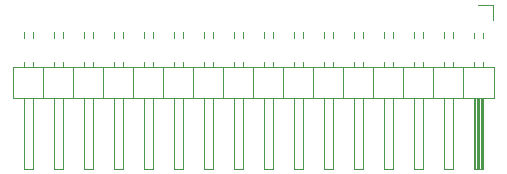
<source format=gbr>
%TF.GenerationSoftware,KiCad,Pcbnew,(5.1.9-0-10_14)*%
%TF.CreationDate,2021-09-15T11:04:57-05:00*%
%TF.ProjectId,nand7400-plaque,6e616e64-3734-4303-902d-706c61717565,rev?*%
%TF.SameCoordinates,Original*%
%TF.FileFunction,Legend,Top*%
%TF.FilePolarity,Positive*%
%FSLAX46Y46*%
G04 Gerber Fmt 4.6, Leading zero omitted, Abs format (unit mm)*
G04 Created by KiCad (PCBNEW (5.1.9-0-10_14)) date 2021-09-15 11:04:57*
%MOMM*%
%LPD*%
G01*
G04 APERTURE LIST*
%ADD10C,0.120000*%
G04 APERTURE END LIST*
D10*
%TO.C,REF\u002A\u002A*%
X160470000Y-80515000D02*
X160470000Y-81785000D01*
X159200000Y-80515000D02*
X160470000Y-80515000D01*
X120720000Y-82827929D02*
X120720000Y-83282071D01*
X121480000Y-82827929D02*
X121480000Y-83282071D01*
X120720000Y-85367929D02*
X120720000Y-85765000D01*
X121480000Y-85367929D02*
X121480000Y-85765000D01*
X120720000Y-94425000D02*
X120720000Y-88425000D01*
X121480000Y-94425000D02*
X120720000Y-94425000D01*
X121480000Y-88425000D02*
X121480000Y-94425000D01*
X122370000Y-85765000D02*
X122370000Y-88425000D01*
X123260000Y-82827929D02*
X123260000Y-83282071D01*
X124020000Y-82827929D02*
X124020000Y-83282071D01*
X123260000Y-85367929D02*
X123260000Y-85765000D01*
X124020000Y-85367929D02*
X124020000Y-85765000D01*
X123260000Y-94425000D02*
X123260000Y-88425000D01*
X124020000Y-94425000D02*
X123260000Y-94425000D01*
X124020000Y-88425000D02*
X124020000Y-94425000D01*
X124910000Y-85765000D02*
X124910000Y-88425000D01*
X125800000Y-82827929D02*
X125800000Y-83282071D01*
X126560000Y-82827929D02*
X126560000Y-83282071D01*
X125800000Y-85367929D02*
X125800000Y-85765000D01*
X126560000Y-85367929D02*
X126560000Y-85765000D01*
X125800000Y-94425000D02*
X125800000Y-88425000D01*
X126560000Y-94425000D02*
X125800000Y-94425000D01*
X126560000Y-88425000D02*
X126560000Y-94425000D01*
X127450000Y-85765000D02*
X127450000Y-88425000D01*
X128340000Y-82827929D02*
X128340000Y-83282071D01*
X129100000Y-82827929D02*
X129100000Y-83282071D01*
X128340000Y-85367929D02*
X128340000Y-85765000D01*
X129100000Y-85367929D02*
X129100000Y-85765000D01*
X128340000Y-94425000D02*
X128340000Y-88425000D01*
X129100000Y-94425000D02*
X128340000Y-94425000D01*
X129100000Y-88425000D02*
X129100000Y-94425000D01*
X129990000Y-85765000D02*
X129990000Y-88425000D01*
X130880000Y-82827929D02*
X130880000Y-83282071D01*
X131640000Y-82827929D02*
X131640000Y-83282071D01*
X130880000Y-85367929D02*
X130880000Y-85765000D01*
X131640000Y-85367929D02*
X131640000Y-85765000D01*
X130880000Y-94425000D02*
X130880000Y-88425000D01*
X131640000Y-94425000D02*
X130880000Y-94425000D01*
X131640000Y-88425000D02*
X131640000Y-94425000D01*
X132530000Y-85765000D02*
X132530000Y-88425000D01*
X133420000Y-82827929D02*
X133420000Y-83282071D01*
X134180000Y-82827929D02*
X134180000Y-83282071D01*
X133420000Y-85367929D02*
X133420000Y-85765000D01*
X134180000Y-85367929D02*
X134180000Y-85765000D01*
X133420000Y-94425000D02*
X133420000Y-88425000D01*
X134180000Y-94425000D02*
X133420000Y-94425000D01*
X134180000Y-88425000D02*
X134180000Y-94425000D01*
X135070000Y-85765000D02*
X135070000Y-88425000D01*
X135960000Y-82827929D02*
X135960000Y-83282071D01*
X136720000Y-82827929D02*
X136720000Y-83282071D01*
X135960000Y-85367929D02*
X135960000Y-85765000D01*
X136720000Y-85367929D02*
X136720000Y-85765000D01*
X135960000Y-94425000D02*
X135960000Y-88425000D01*
X136720000Y-94425000D02*
X135960000Y-94425000D01*
X136720000Y-88425000D02*
X136720000Y-94425000D01*
X137610000Y-85765000D02*
X137610000Y-88425000D01*
X138500000Y-82827929D02*
X138500000Y-83282071D01*
X139260000Y-82827929D02*
X139260000Y-83282071D01*
X138500000Y-85367929D02*
X138500000Y-85765000D01*
X139260000Y-85367929D02*
X139260000Y-85765000D01*
X138500000Y-94425000D02*
X138500000Y-88425000D01*
X139260000Y-94425000D02*
X138500000Y-94425000D01*
X139260000Y-88425000D02*
X139260000Y-94425000D01*
X140150000Y-85765000D02*
X140150000Y-88425000D01*
X141040000Y-82827929D02*
X141040000Y-83282071D01*
X141800000Y-82827929D02*
X141800000Y-83282071D01*
X141040000Y-85367929D02*
X141040000Y-85765000D01*
X141800000Y-85367929D02*
X141800000Y-85765000D01*
X141040000Y-94425000D02*
X141040000Y-88425000D01*
X141800000Y-94425000D02*
X141040000Y-94425000D01*
X141800000Y-88425000D02*
X141800000Y-94425000D01*
X142690000Y-85765000D02*
X142690000Y-88425000D01*
X143580000Y-82827929D02*
X143580000Y-83282071D01*
X144340000Y-82827929D02*
X144340000Y-83282071D01*
X143580000Y-85367929D02*
X143580000Y-85765000D01*
X144340000Y-85367929D02*
X144340000Y-85765000D01*
X143580000Y-94425000D02*
X143580000Y-88425000D01*
X144340000Y-94425000D02*
X143580000Y-94425000D01*
X144340000Y-88425000D02*
X144340000Y-94425000D01*
X145230000Y-85765000D02*
X145230000Y-88425000D01*
X146120000Y-82827929D02*
X146120000Y-83282071D01*
X146880000Y-82827929D02*
X146880000Y-83282071D01*
X146120000Y-85367929D02*
X146120000Y-85765000D01*
X146880000Y-85367929D02*
X146880000Y-85765000D01*
X146120000Y-94425000D02*
X146120000Y-88425000D01*
X146880000Y-94425000D02*
X146120000Y-94425000D01*
X146880000Y-88425000D02*
X146880000Y-94425000D01*
X147770000Y-85765000D02*
X147770000Y-88425000D01*
X148660000Y-82827929D02*
X148660000Y-83282071D01*
X149420000Y-82827929D02*
X149420000Y-83282071D01*
X148660000Y-85367929D02*
X148660000Y-85765000D01*
X149420000Y-85367929D02*
X149420000Y-85765000D01*
X148660000Y-94425000D02*
X148660000Y-88425000D01*
X149420000Y-94425000D02*
X148660000Y-94425000D01*
X149420000Y-88425000D02*
X149420000Y-94425000D01*
X150310000Y-85765000D02*
X150310000Y-88425000D01*
X151200000Y-82827929D02*
X151200000Y-83282071D01*
X151960000Y-82827929D02*
X151960000Y-83282071D01*
X151200000Y-85367929D02*
X151200000Y-85765000D01*
X151960000Y-85367929D02*
X151960000Y-85765000D01*
X151200000Y-94425000D02*
X151200000Y-88425000D01*
X151960000Y-94425000D02*
X151200000Y-94425000D01*
X151960000Y-88425000D02*
X151960000Y-94425000D01*
X152850000Y-85765000D02*
X152850000Y-88425000D01*
X153740000Y-82827929D02*
X153740000Y-83282071D01*
X154500000Y-82827929D02*
X154500000Y-83282071D01*
X153740000Y-85367929D02*
X153740000Y-85765000D01*
X154500000Y-85367929D02*
X154500000Y-85765000D01*
X153740000Y-94425000D02*
X153740000Y-88425000D01*
X154500000Y-94425000D02*
X153740000Y-94425000D01*
X154500000Y-88425000D02*
X154500000Y-94425000D01*
X155390000Y-85765000D02*
X155390000Y-88425000D01*
X156280000Y-82827929D02*
X156280000Y-83282071D01*
X157040000Y-82827929D02*
X157040000Y-83282071D01*
X156280000Y-85367929D02*
X156280000Y-85765000D01*
X157040000Y-85367929D02*
X157040000Y-85765000D01*
X156280000Y-94425000D02*
X156280000Y-88425000D01*
X157040000Y-94425000D02*
X156280000Y-94425000D01*
X157040000Y-88425000D02*
X157040000Y-94425000D01*
X157930000Y-85765000D02*
X157930000Y-88425000D01*
X158820000Y-82895000D02*
X158820000Y-83282071D01*
X159580000Y-82895000D02*
X159580000Y-83282071D01*
X158820000Y-85367929D02*
X158820000Y-85765000D01*
X159580000Y-85367929D02*
X159580000Y-85765000D01*
X158920000Y-88425000D02*
X158920000Y-94425000D01*
X159040000Y-88425000D02*
X159040000Y-94425000D01*
X159160000Y-88425000D02*
X159160000Y-94425000D01*
X159280000Y-88425000D02*
X159280000Y-94425000D01*
X159400000Y-88425000D02*
X159400000Y-94425000D01*
X159520000Y-88425000D02*
X159520000Y-94425000D01*
X158820000Y-94425000D02*
X158820000Y-88425000D01*
X159580000Y-94425000D02*
X158820000Y-94425000D01*
X159580000Y-88425000D02*
X159580000Y-94425000D01*
X160530000Y-88425000D02*
X160530000Y-85765000D01*
X119770000Y-88425000D02*
X160530000Y-88425000D01*
X119770000Y-85765000D02*
X119770000Y-88425000D01*
X160530000Y-85765000D02*
X119770000Y-85765000D01*
%TD*%
M02*

</source>
